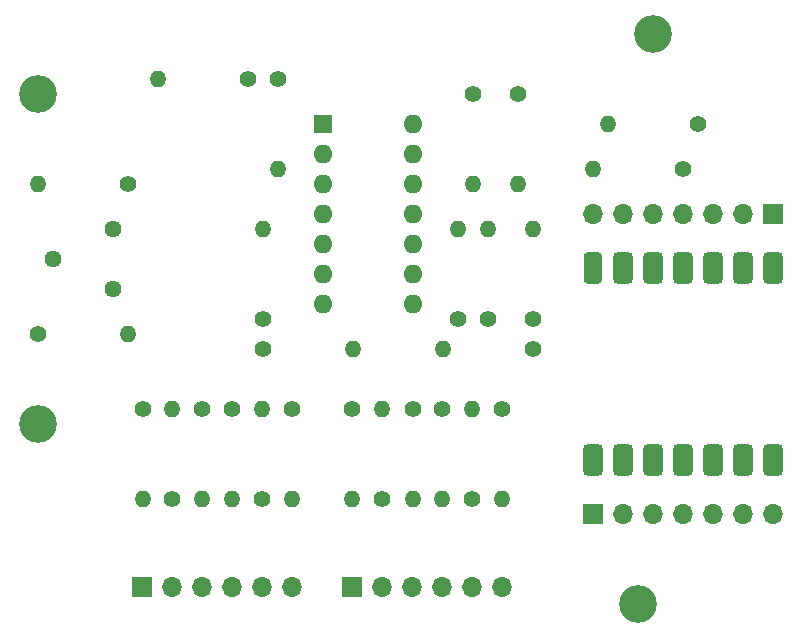
<source format=gbr>
%TF.GenerationSoftware,KiCad,Pcbnew,7.0.7*%
%TF.CreationDate,2024-05-13T13:27:10-04:00*%
%TF.ProjectId,diff-probe-x4-v2,64696666-2d70-4726-9f62-652d78342d76,rev?*%
%TF.SameCoordinates,Original*%
%TF.FileFunction,Soldermask,Bot*%
%TF.FilePolarity,Negative*%
%FSLAX46Y46*%
G04 Gerber Fmt 4.6, Leading zero omitted, Abs format (unit mm)*
G04 Created by KiCad (PCBNEW 7.0.7) date 2024-05-13 13:27:10*
%MOMM*%
%LPD*%
G01*
G04 APERTURE LIST*
G04 Aperture macros list*
%AMRoundRect*
0 Rectangle with rounded corners*
0 $1 Rounding radius*
0 $2 $3 $4 $5 $6 $7 $8 $9 X,Y pos of 4 corners*
0 Add a 4 corners polygon primitive as box body*
4,1,4,$2,$3,$4,$5,$6,$7,$8,$9,$2,$3,0*
0 Add four circle primitives for the rounded corners*
1,1,$1+$1,$2,$3*
1,1,$1+$1,$4,$5*
1,1,$1+$1,$6,$7*
1,1,$1+$1,$8,$9*
0 Add four rect primitives between the rounded corners*
20,1,$1+$1,$2,$3,$4,$5,0*
20,1,$1+$1,$4,$5,$6,$7,0*
20,1,$1+$1,$6,$7,$8,$9,0*
20,1,$1+$1,$8,$9,$2,$3,0*%
G04 Aperture macros list end*
%ADD10C,1.400000*%
%ADD11O,1.400000X1.400000*%
%ADD12R,1.700000X1.700000*%
%ADD13O,1.700000X1.700000*%
%ADD14C,3.200000*%
%ADD15R,1.600000X1.600000*%
%ADD16O,1.600000X1.600000*%
%ADD17C,1.440000*%
%ADD18RoundRect,0.425000X-0.425000X0.925000X-0.425000X-0.925000X0.425000X-0.925000X0.425000X0.925000X0*%
%ADD19RoundRect,0.400000X-0.400000X0.950000X-0.400000X-0.950000X0.400000X-0.950000X0.400000X0.950000X0*%
G04 APERTURE END LIST*
D10*
%TO.C,R16*%
X139310000Y-88570000D03*
D11*
X139310000Y-80950000D03*
%TD*%
D10*
%TO.C,R14*%
X121530000Y-88570000D03*
D11*
X121530000Y-80950000D03*
%TD*%
D10*
%TO.C,R25*%
X121590000Y-75870000D03*
D11*
X129210000Y-75870000D03*
%TD*%
D10*
%TO.C,R6*%
X134290000Y-80950000D03*
D11*
X134290000Y-88570000D03*
%TD*%
D10*
%TO.C,R21*%
X144450000Y-75870000D03*
D11*
X136830000Y-75870000D03*
%TD*%
D12*
%TO.C,J1*%
X111370000Y-96070000D03*
D13*
X113910000Y-96070000D03*
X116450000Y-96070000D03*
X118990000Y-96070000D03*
X121530000Y-96070000D03*
X124070000Y-96070000D03*
%TD*%
D10*
%TO.C,R23*%
X143180000Y-54280000D03*
D11*
X143180000Y-61900000D03*
%TD*%
D10*
%TO.C,R18*%
X102540000Y-74600000D03*
D11*
X110160000Y-74600000D03*
%TD*%
D14*
%TO.C,MH1*%
X153340000Y-97460000D03*
%TD*%
D10*
%TO.C,R7*%
X136770000Y-80950000D03*
D11*
X136770000Y-88570000D03*
%TD*%
D10*
%TO.C,R8*%
X141850000Y-80950000D03*
D11*
X141850000Y-88570000D03*
%TD*%
D10*
%TO.C,R5*%
X129150000Y-80950000D03*
D11*
X129150000Y-88570000D03*
%TD*%
D10*
%TO.C,R26*%
X120320000Y-53010000D03*
D11*
X112700000Y-53010000D03*
%TD*%
D10*
%TO.C,R11*%
X138100000Y-73330000D03*
D11*
X138100000Y-65710000D03*
%TD*%
D10*
%TO.C,R4*%
X124070000Y-80950000D03*
D11*
X124070000Y-88570000D03*
%TD*%
D10*
%TO.C,R2*%
X116450000Y-80950000D03*
D11*
X116450000Y-88570000D03*
%TD*%
D10*
%TO.C,R1*%
X111430000Y-80950000D03*
D11*
X111430000Y-88570000D03*
%TD*%
D12*
%TO.C,J2*%
X129150000Y-96070000D03*
D13*
X131690000Y-96070000D03*
X134230000Y-96070000D03*
X136770000Y-96070000D03*
X139310000Y-96070000D03*
X141850000Y-96070000D03*
%TD*%
D12*
%TO.C,J5*%
X164770000Y-64440000D03*
D13*
X162230000Y-64440000D03*
X159690000Y-64440000D03*
X157150000Y-64440000D03*
X154610000Y-64440000D03*
X152070000Y-64440000D03*
X149530000Y-64440000D03*
%TD*%
D10*
%TO.C,R19*%
X158420000Y-56820000D03*
D11*
X150800000Y-56820000D03*
%TD*%
D10*
%TO.C,R20*%
X157150000Y-60630000D03*
D11*
X149530000Y-60630000D03*
%TD*%
D10*
%TO.C,R12*%
X139370000Y-54280000D03*
D11*
X139370000Y-61900000D03*
%TD*%
D14*
%TO.C,MH2*%
X154610000Y-49200000D03*
%TD*%
D10*
%TO.C,R15*%
X131690000Y-88570000D03*
D11*
X131690000Y-80950000D03*
%TD*%
D14*
%TO.C,MH3*%
X102540000Y-82220000D03*
%TD*%
D10*
%TO.C,R17*%
X110160000Y-61900000D03*
D11*
X102540000Y-61900000D03*
%TD*%
D10*
%TO.C,R3*%
X118990000Y-80950000D03*
D11*
X118990000Y-88570000D03*
%TD*%
D10*
%TO.C,R10*%
X121590000Y-73330000D03*
D11*
X121590000Y-65710000D03*
%TD*%
D10*
%TO.C,R9*%
X122860000Y-53010000D03*
D11*
X122860000Y-60630000D03*
%TD*%
D15*
%TO.C,U1*%
X126670000Y-56820000D03*
D16*
X126670000Y-59360000D03*
X126670000Y-61900000D03*
X126670000Y-64440000D03*
X126670000Y-66980000D03*
X126670000Y-69520000D03*
X126670000Y-72060000D03*
X134290000Y-72060000D03*
X134290000Y-69520000D03*
X134290000Y-66980000D03*
X134290000Y-64440000D03*
X134290000Y-61900000D03*
X134290000Y-59360000D03*
X134290000Y-56820000D03*
%TD*%
D14*
%TO.C,MH4*%
X102540000Y-54280000D03*
%TD*%
D10*
%TO.C,R24*%
X140640000Y-73330000D03*
D11*
X140640000Y-65710000D03*
%TD*%
D10*
%TO.C,R22*%
X144450000Y-73330000D03*
D11*
X144450000Y-65710000D03*
%TD*%
D10*
%TO.C,R13*%
X113910000Y-88570000D03*
D11*
X113910000Y-80950000D03*
%TD*%
D12*
%TO.C,J6*%
X149530000Y-89840000D03*
D13*
X152070000Y-89840000D03*
X154610000Y-89840000D03*
X157150000Y-89840000D03*
X159690000Y-89840000D03*
X162230000Y-89840000D03*
X164770000Y-89840000D03*
%TD*%
D17*
%TO.C,RV1*%
X108890000Y-65710000D03*
X103810000Y-68250000D03*
X108890000Y-70790000D03*
%TD*%
D18*
%TO.C,U2*%
X164770000Y-69020000D03*
X162230000Y-69020000D03*
X159690000Y-69020000D03*
X157150000Y-69020000D03*
X154610000Y-69020000D03*
X152070000Y-69020000D03*
D19*
X149530000Y-69020000D03*
D18*
X149530000Y-85260000D03*
X152070000Y-85260000D03*
X154610000Y-85260000D03*
X157150000Y-85260000D03*
X159690000Y-85260000D03*
X162230000Y-85260000D03*
X164770000Y-85260000D03*
%TD*%
M02*

</source>
